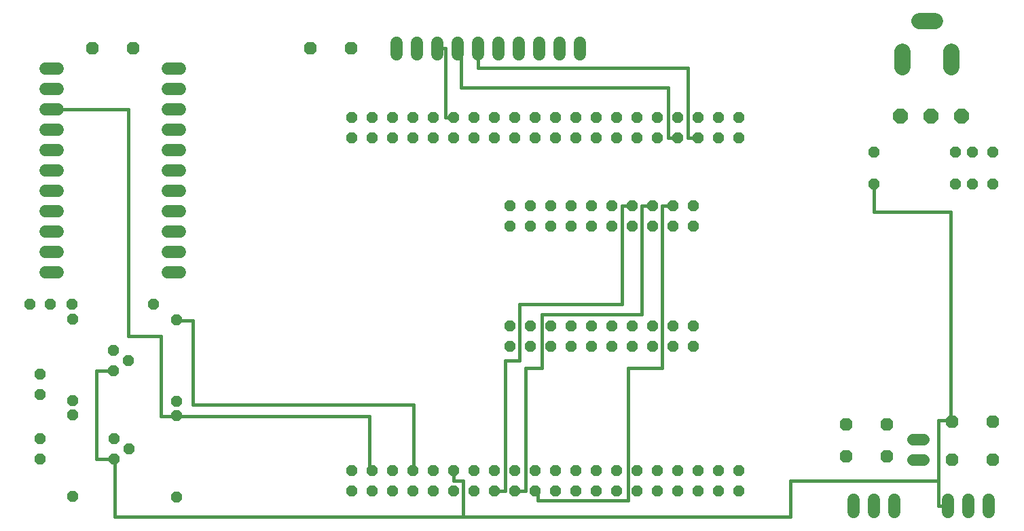
<source format=gbl>
G75*
G70*
%OFA0B0*%
%FSLAX24Y24*%
%IPPOS*%
%LPD*%
%AMOC8*
5,1,8,0,0,1.08239X$1,22.5*
%
%ADD10OC8,0.0560*%
%ADD11C,0.0594*%
%ADD12OC8,0.0520*%
%ADD13OC8,0.0630*%
%ADD14C,0.0787*%
%ADD15C,0.0600*%
%ADD16OC8,0.0750*%
%ADD17C,0.0560*%
%ADD18C,0.0160*%
D10*
X017655Y002533D03*
X018655Y002533D03*
X019655Y002533D03*
X020655Y002533D03*
X021655Y002533D03*
X022655Y002533D03*
X023655Y002533D03*
X024655Y002533D03*
X025655Y002533D03*
X026655Y002533D03*
X027655Y002533D03*
X028655Y002533D03*
X029655Y002533D03*
X030655Y002533D03*
X031655Y002533D03*
X032655Y002533D03*
X033655Y002533D03*
X034655Y002533D03*
X035655Y002533D03*
X036655Y002533D03*
X036655Y003533D03*
X035655Y003533D03*
X034655Y003533D03*
X033655Y003533D03*
X032655Y003533D03*
X031655Y003533D03*
X030655Y003533D03*
X029655Y003533D03*
X028655Y003533D03*
X027655Y003533D03*
X026655Y003533D03*
X025655Y003533D03*
X024655Y003533D03*
X023655Y003533D03*
X022655Y003533D03*
X021655Y003533D03*
X020655Y003533D03*
X019655Y003533D03*
X018655Y003533D03*
X017655Y003533D03*
X025410Y009620D03*
X026410Y009620D03*
X027410Y009620D03*
X028410Y009620D03*
X029410Y009620D03*
X030410Y009620D03*
X031410Y009620D03*
X032410Y009620D03*
X033410Y009620D03*
X034410Y009620D03*
X034410Y010620D03*
X033410Y010620D03*
X032410Y010620D03*
X031410Y010620D03*
X030410Y010620D03*
X029410Y010620D03*
X028410Y010620D03*
X027410Y010620D03*
X026410Y010620D03*
X025410Y010620D03*
X025410Y015525D03*
X026410Y015525D03*
X027410Y015525D03*
X028410Y015525D03*
X029410Y015525D03*
X030410Y015525D03*
X031410Y015525D03*
X032410Y015525D03*
X033410Y015525D03*
X034410Y015525D03*
X034410Y016525D03*
X033410Y016525D03*
X032410Y016525D03*
X031410Y016525D03*
X030410Y016525D03*
X029410Y016525D03*
X028410Y016525D03*
X027410Y016525D03*
X026410Y016525D03*
X025410Y016525D03*
X025655Y019856D03*
X026655Y019856D03*
X027655Y019856D03*
X028655Y019856D03*
X029655Y019856D03*
X030655Y019856D03*
X031655Y019856D03*
X032655Y019856D03*
X033655Y019856D03*
X034655Y019856D03*
X035655Y019856D03*
X036655Y019856D03*
X036655Y020856D03*
X035655Y020856D03*
X034655Y020856D03*
X033655Y020856D03*
X032655Y020856D03*
X031655Y020856D03*
X030655Y020856D03*
X029655Y020856D03*
X028655Y020856D03*
X027655Y020856D03*
X026655Y020856D03*
X025655Y020856D03*
X024655Y020856D03*
X023655Y020856D03*
X022655Y020856D03*
X021655Y020856D03*
X020655Y020856D03*
X019655Y020856D03*
X018655Y020856D03*
X017655Y020856D03*
X017655Y019856D03*
X018655Y019856D03*
X019655Y019856D03*
X020655Y019856D03*
X021655Y019856D03*
X022655Y019856D03*
X023655Y019856D03*
X024655Y019856D03*
D11*
X024851Y023949D02*
X024851Y024543D01*
X023851Y024543D02*
X023851Y023949D01*
X022851Y023949D02*
X022851Y024543D01*
X021851Y024543D02*
X021851Y023949D01*
X020851Y023949D02*
X020851Y024543D01*
X019851Y024543D02*
X019851Y023949D01*
X025851Y023949D02*
X025851Y024543D01*
X026851Y024543D02*
X026851Y023949D01*
X027851Y023949D02*
X027851Y024543D01*
X028851Y024543D02*
X028851Y023949D01*
X009192Y023246D02*
X008598Y023246D01*
X008598Y022246D02*
X009192Y022246D01*
X009192Y021246D02*
X008598Y021246D01*
X008598Y020246D02*
X009192Y020246D01*
X009192Y019246D02*
X008598Y019246D01*
X008598Y018246D02*
X009192Y018246D01*
X009192Y017246D02*
X008598Y017246D01*
X008598Y016246D02*
X009192Y016246D01*
X009192Y015246D02*
X008598Y015246D01*
X008598Y014246D02*
X009192Y014246D01*
X009192Y013246D02*
X008598Y013246D01*
X003192Y013246D02*
X002598Y013246D01*
X002598Y014246D02*
X003192Y014246D01*
X003192Y015246D02*
X002598Y015246D01*
X002598Y016246D02*
X003192Y016246D01*
X003192Y017246D02*
X002598Y017246D01*
X002598Y018246D02*
X003192Y018246D01*
X003192Y019246D02*
X002598Y019246D01*
X002598Y020246D02*
X003192Y020246D01*
X003192Y021246D02*
X002598Y021246D01*
X002598Y022246D02*
X003192Y022246D01*
X003192Y023246D02*
X002598Y023246D01*
D12*
X003926Y002277D03*
X002351Y004108D03*
X002351Y005108D03*
X003926Y006277D03*
X003926Y006970D03*
X002351Y007258D03*
X002351Y008258D03*
X005926Y008439D03*
X006676Y008939D03*
X005926Y009439D03*
X003926Y010970D03*
X003895Y011695D03*
X002851Y011695D03*
X001851Y011695D03*
X007895Y011695D03*
X009044Y010939D03*
X009044Y006939D03*
X009044Y006214D03*
X006719Y004608D03*
X005969Y004108D03*
X005969Y005108D03*
X009044Y002214D03*
X043265Y017600D03*
X043265Y019175D03*
X047265Y019175D03*
X048111Y019175D03*
X049111Y019175D03*
X049111Y017600D03*
X048111Y017600D03*
X047265Y017600D03*
D13*
X047107Y005915D03*
X049107Y005915D03*
X049107Y004065D03*
X047107Y004065D03*
X043903Y004214D03*
X041903Y004214D03*
X041903Y005789D03*
X043903Y005789D03*
X017603Y024246D03*
X015603Y024246D03*
X006895Y024246D03*
X004895Y024246D03*
D14*
X044674Y024108D02*
X044674Y023321D01*
X047076Y023321D02*
X047076Y024108D01*
X046288Y025604D02*
X045501Y025604D01*
D15*
X044288Y002089D02*
X044288Y001489D01*
X043288Y001489D02*
X043288Y002089D01*
X042288Y002089D02*
X042288Y001489D01*
X046895Y001489D02*
X046895Y002089D01*
X047895Y002089D02*
X047895Y001489D01*
X048895Y001489D02*
X048895Y002089D01*
D16*
X047586Y020915D03*
X046086Y020915D03*
X044586Y020915D03*
D17*
X045158Y005061D02*
X045718Y005061D01*
X045718Y004061D02*
X045158Y004061D01*
D18*
X046446Y003033D02*
X039162Y003033D01*
X039162Y001262D01*
X023119Y001262D01*
X023119Y003033D01*
X022627Y003033D01*
X022627Y003533D01*
X022655Y003533D01*
X022655Y003427D01*
X020658Y003533D02*
X020658Y006773D01*
X009832Y006773D01*
X009832Y010907D01*
X009044Y010907D01*
X009044Y010939D01*
X008257Y010120D02*
X008257Y006183D01*
X009044Y006183D01*
X009044Y006214D01*
X009044Y006183D02*
X018493Y006183D01*
X018493Y003533D01*
X018655Y003533D01*
X020655Y003533D02*
X020658Y003533D01*
X024655Y002533D02*
X025186Y002533D01*
X025186Y008939D01*
X025875Y008939D01*
X025875Y011695D01*
X030895Y011695D01*
X030895Y016525D01*
X031410Y016525D01*
X031879Y016525D02*
X032410Y016525D01*
X032863Y016525D02*
X033410Y016525D01*
X032863Y016525D02*
X032863Y008545D01*
X031190Y008545D01*
X031190Y002049D01*
X026761Y002049D01*
X026761Y002533D01*
X026655Y002533D01*
X026170Y002533D02*
X026170Y008545D01*
X026958Y008545D01*
X026958Y011203D01*
X031879Y011203D01*
X031879Y016525D01*
X033158Y019856D02*
X033158Y022325D01*
X023021Y022325D01*
X023021Y024246D01*
X022851Y024246D01*
X022233Y024246D02*
X022233Y020856D01*
X022655Y020856D01*
X023851Y023309D02*
X023851Y024246D01*
X023851Y023309D02*
X034143Y023309D01*
X034143Y019856D01*
X034655Y019856D01*
X033655Y019856D02*
X033158Y019856D01*
X043265Y017600D02*
X043265Y016222D01*
X047036Y016222D01*
X047036Y005915D01*
X047107Y005915D01*
X047107Y005986D01*
X046446Y005986D01*
X046446Y003033D01*
X046446Y001789D01*
X046895Y001789D01*
X026170Y002533D02*
X025655Y002533D01*
X023119Y001262D02*
X005993Y001262D01*
X005993Y004108D01*
X005969Y004108D01*
X005107Y004108D01*
X005107Y008439D01*
X005926Y008439D01*
X006682Y010120D02*
X008257Y010120D01*
X006682Y010120D02*
X006682Y021246D01*
X002895Y021246D01*
X021851Y024246D02*
X022233Y024246D01*
M02*

</source>
